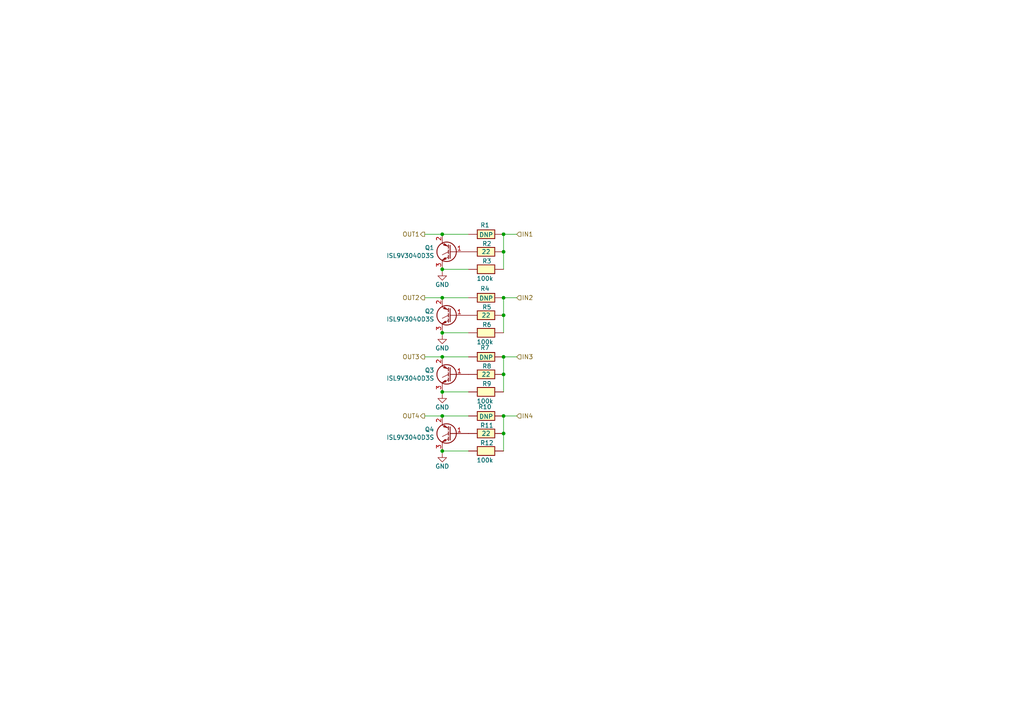
<source format=kicad_sch>
(kicad_sch (version 20230121) (generator eeschema)
  (paper "A4")
  (lib_symbols
    (symbol "Device:Q_NIGBT_GCE" (pin_names (offset 0) hide)
      (property "Reference" "Q" (at 5.08 1.27 0))
      (property "Value" "Q_NIGBT_GCE" (at 5.08 -1.27 0))
      (symbol "Q_NIGBT_GCE_0_1"
        (polyline (pts (xy 0.762 -1.016) (xy 0.762 -2.032)) (stroke (width 0.254)))
        (polyline (pts (xy 0.762 0.508) (xy 0.762 -0.508)) (stroke (width 0.254)))
        (polyline (pts (xy 0.762 2.032) (xy 0.762 1.016)) (stroke (width 0.254)))
        (polyline (pts (xy 2.54 -2.413) (xy 0.762 -1.524)))
        (polyline (pts (xy 2.54 -0.889) (xy 0.762 0)))
        (polyline (pts (xy 2.54 2.413) (xy 0.762 1.524)))
        (polyline (pts (xy 0.254 1.905) (xy 0.254 -1.905) (xy 0.254 -1.905)) (stroke (width 0.254)))
        (polyline (pts (xy 1.397 -2.159) (xy 1.651 -1.651) (xy 2.54 -2.413) (xy 1.397 -2.159)) (fill (type outline)))
        (polyline (pts (xy 2.159 1.905) (xy 1.905 2.413) (xy 1.016 1.651) (xy 2.159 1.905)) (fill (type outline)))
        (circle (center 1.27 0) (radius 2.8194) (stroke (width 0.254)))
      )
      (symbol "Q_NIGBT_GCE_1_1"
        (pin input line (at -5.08 0 0) (length 5.334) (name "G") (number "1"))
        (pin passive line (at 2.54 5.08 270) (length 2.54) (name "C") (number "2"))
        (pin passive line (at 2.54 -5.08 90) (length 2.54) (name "E") (number "3"))
      )
    )
    (symbol "hellen-one-common:Res" (pin_numbers hide)
      (property "Reference" "R" (at 3.81 2.54 0))
      (property "Value" "Res" (at 5.08 -2.54 0))
      (symbol "Res_1_0"
        (rectangle (start 2.54 -1.27) (end 7.62 1.27) (stroke (width 0.254)) (fill (type background)))
        (pin passive line (at 0 0 0) (length 2.54) (name "") (number "1"))
        (pin passive line (at 10.16 0 180) (length 2.54) (name "") (number "2"))
      )
    )
    (symbol "power:GND" (power) (pin_names (offset 0))
      (property "Value" "GND" (at 0 -3.81 0))
      (symbol "GND_0_1"
        (polyline (pts (xy 0 0) (xy 0 -1.27) (xy 1.27 -1.27) (xy 0 -2.54) (xy -1.27 -1.27) (xy 0 -1.27)))
      )
      (symbol "GND_1_1"
        (pin power_in line (at 0 0 270) (length 0) hide (name "GND") (number "1"))
      )
    )
  )
  (junction (at 146.05 73.025))
  (junction (at 128.27 86.36))
  (junction (at 146.05 125.73))
  (junction (at 146.05 86.36))
  (junction (at 128.27 113.665))
  (junction (at 128.27 67.945))
  (junction (at 146.05 120.65))
  (junction (at 146.05 103.505))
  (junction (at 128.27 96.52))
  (junction (at 146.05 108.585))
  (junction (at 128.27 78.105))
  (junction (at 128.27 103.505))
  (junction (at 128.27 120.65))
  (junction (at 146.05 67.945))
  (junction (at 146.05 91.44))
  (junction (at 128.27 130.81))
  (wire (pts (xy 128.27 67.945) (xy 135.89 67.945)))
  (wire (pts (xy 146.05 86.36) (xy 146.05 91.44)))
  (wire (pts (xy 146.05 108.585) (xy 146.05 113.665)))
  (wire (pts (xy 146.05 67.945) (xy 146.05 73.025)))
  (wire (pts (xy 128.27 130.81) (xy 135.89 130.81)))
  (wire (pts (xy 128.27 113.665) (xy 135.89 113.665)))
  (wire (pts (xy 146.05 103.505) (xy 149.86 103.505)))
  (wire (pts (xy 123.19 120.65) (xy 128.27 120.65)))
  (wire (pts (xy 123.19 67.945) (xy 128.27 67.945)))
  (wire (pts (xy 146.05 125.73) (xy 146.05 130.81)))
  (wire (pts (xy 146.05 103.505) (xy 146.05 108.585)))
  (wire (pts (xy 146.05 91.44) (xy 146.05 96.52)))
  (wire (pts (xy 128.27 103.505) (xy 135.89 103.505)))
  (wire (pts (xy 146.05 86.36) (xy 149.86 86.36)))
  (wire (pts (xy 128.27 131.445) (xy 128.27 130.81)))
  (wire (pts (xy 146.05 73.025) (xy 146.05 78.105)))
  (wire (pts (xy 128.27 114.3) (xy 128.27 113.665)))
  (wire (pts (xy 146.05 120.65) (xy 146.05 125.73)))
  (wire (pts (xy 146.05 120.65) (xy 149.86 120.65)))
  (wire (pts (xy 123.19 86.36) (xy 128.27 86.36)))
  (wire (pts (xy 128.27 86.36) (xy 135.89 86.36)))
  (wire (pts (xy 123.19 103.505) (xy 128.27 103.505)))
  (wire (pts (xy 128.27 96.52) (xy 135.89 96.52)))
  (wire (pts (xy 128.27 97.155) (xy 128.27 96.52)))
  (wire (pts (xy 128.27 78.74) (xy 128.27 78.105)))
  (wire (pts (xy 128.27 120.65) (xy 135.89 120.65)))
  (wire (pts (xy 128.27 78.105) (xy 135.89 78.105)))
  (wire (pts (xy 146.05 67.945) (xy 149.86 67.945)))
  (hierarchical_label "IN1" (shape input) (at 149.86 67.945 0))
  (hierarchical_label "OUT3" (shape output) (at 123.19 103.505 180))
  (hierarchical_label "OUT1" (shape output) (at 123.19 67.945 180))
  (hierarchical_label "IN2" (shape input) (at 149.86 86.36 0))
  (hierarchical_label "IN3" (shape input) (at 149.86 103.505 0))
  (hierarchical_label "OUT4" (shape output) (at 123.19 120.65 180))
  (hierarchical_label "OUT2" (shape output) (at 123.19 86.36 180))
  (hierarchical_label "IN4" (shape input) (at 149.86 120.65 0))
  (symbol (lib_id "hellen-one-common:Res") (at 146.05 67.945 0) (mirror y) (unit 1)
    (property "Reference" "R1" (at 140.6496 65.3003 0))
    (property "Value" "DNP" (at 140.9965 68.1077 0))
    (property "Footprint" "Resistor_SMD:R_2512_6332Metric" (effects hide))
  )
  (symbol (lib_id "Device:Q_NIGBT_GCE") (at 130.81 125.73 0) (mirror y) (unit 1)
    (property "Reference" "Q4" (at 125.9586 124.5616 0) (effects (justify left)))
    (property "Value" "ISL9V3040D3S" (at 125.9586 126.873 0) (effects (justify left)))
    (property "Footprint" "Package_TO_SOT_SMD:TO-252-2" (effects hide))
    (property "LCSC" "C462128" (effects hide))
  )
  (symbol (lib_id "power:GND") (at 128.27 78.74 0) (unit 1)
    (property "Reference" "#PWR01" (effects hide))
    (property "Value" "GND" (at 128.27 82.55 0))
  )
  (symbol (lib_id "hellen-one-common:Res") (at 135.89 73.025 0) (mirror x) (unit 1)
    (property "Reference" "R2" (at 141.212 70.6768 0))
    (property "Value" "22" (at 140.97 73.025 0))
    (property "Footprint" "hellen-one-common:R0603" (effects hide))
    (property "LCSC" "C23345" (effects hide))
  )
  (symbol (lib_id "Device:Q_NIGBT_GCE") (at 130.81 108.585 0) (mirror y) (unit 1)
    (property "Reference" "Q3" (at 125.9586 107.4166 0) (effects (justify left)))
    (property "Value" "ISL9V3040D3S" (at 125.9586 109.728 0) (effects (justify left)))
    (property "Footprint" "Package_TO_SOT_SMD:TO-252-2" (effects hide))
    (property "LCSC" "C462128" (effects hide))
  )
  (symbol (lib_id "hellen-one-common:Res") (at 135.89 91.44 0) (mirror x) (unit 1)
    (property "Reference" "R5" (at 141.212 89.0918 0))
    (property "Value" "22" (at 140.97 91.44 0))
    (property "Footprint" "hellen-one-common:R0603" (effects hide))
    (property "LCSC" "C23345" (effects hide))
  )
  (symbol (lib_id "hellen-one-common:Res") (at 146.05 120.65 0) (mirror y) (unit 1)
    (property "Reference" "R10" (at 140.6496 118.0053 0))
    (property "Value" "DNP" (at 140.9965 120.8127 0))
    (property "Footprint" "Resistor_SMD:R_2512_6332Metric" (effects hide))
  )
  (symbol (lib_id "power:GND") (at 128.27 97.155 0) (unit 1)
    (property "Reference" "#PWR02" (effects hide))
    (property "Value" "GND" (at 128.27 100.965 0))
  )
  (symbol (lib_id "hellen-one-common:Res") (at 146.05 103.505 0) (mirror y) (unit 1)
    (property "Reference" "R7" (at 140.6496 100.8603 0))
    (property "Value" "DNP" (at 140.9965 103.6677 0))
    (property "Footprint" "Resistor_SMD:R_2512_6332Metric" (effects hide))
  )
  (symbol (lib_id "hellen-one-common:Res") (at 146.05 86.36 0) (mirror y) (unit 1)
    (property "Reference" "R4" (at 140.6496 83.7153 0))
    (property "Value" "DNP" (at 140.9965 86.5227 0))
    (property "Footprint" "Resistor_SMD:R_2512_6332Metric" (effects hide))
  )
  (symbol (lib_id "hellen-one-common:Res") (at 135.89 108.585 0) (mirror x) (unit 1)
    (property "Reference" "R8" (at 141.212 106.2368 0))
    (property "Value" "22" (at 140.97 108.585 0))
    (property "Footprint" "hellen-one-common:R0603" (effects hide))
    (property "LCSC" "C23345" (effects hide))
  )
  (symbol (lib_id "hellen-one-common:Res") (at 135.89 96.52 0) (mirror x) (unit 1)
    (property "Reference" "R6" (at 141.212 94.1718 0))
    (property "Value" "100k" (at 140.6561 99.1956 0))
    (property "Footprint" "hellen-one-common:R0603" (effects hide))
    (property "LCSC" "C25803" (effects hide))
  )
  (symbol (lib_id "hellen-one-common:Res") (at 135.89 113.665 0) (mirror x) (unit 1)
    (property "Reference" "R9" (at 141.212 111.3168 0))
    (property "Value" "100k" (at 140.6561 116.3406 0))
    (property "Footprint" "hellen-one-common:R0603" (effects hide))
    (property "LCSC" "C25803" (effects hide))
  )
  (symbol (lib_id "power:GND") (at 128.27 114.3 0) (unit 1)
    (property "Reference" "#PWR03" (effects hide))
    (property "Value" "GND" (at 128.27 118.11 0))
  )
  (symbol (lib_id "Device:Q_NIGBT_GCE") (at 130.81 91.44 0) (mirror y) (unit 1)
    (property "Reference" "Q2" (at 125.9586 90.2716 0) (effects (justify left)))
    (property "Value" "ISL9V3040D3S" (at 125.9586 92.583 0) (effects (justify left)))
    (property "Footprint" "Package_TO_SOT_SMD:TO-252-2" (effects hide))
    (property "LCSC" "C462128" (effects hide))
  )
  (symbol (lib_id "Device:Q_NIGBT_GCE") (at 130.81 73.025 0) (mirror y) (unit 1)
    (property "Reference" "Q1" (at 125.9586 71.8566 0) (effects (justify left)))
    (property "Value" "ISL9V3040D3S" (at 125.9586 74.168 0) (effects (justify left)))
    (property "Footprint" "Package_TO_SOT_SMD:TO-252-2" (effects hide))
    (property "LCSC" "C462128" (effects hide))
  )
  (symbol (lib_id "power:GND") (at 128.27 131.445 0) (unit 1)
    (property "Reference" "#PWR04" (effects hide))
    (property "Value" "GND" (at 128.27 135.255 0))
  )
  (symbol (lib_id "hellen-one-common:Res") (at 135.89 125.73 0) (mirror x) (unit 1)
    (property "Reference" "R11" (at 141.212 123.3818 0))
    (property "Value" "22" (at 140.97 125.73 0))
    (property "Footprint" "hellen-one-common:R0603" (effects hide))
    (property "LCSC" "C23345" (effects hide))
  )
  (symbol (lib_id "hellen-one-common:Res") (at 135.89 130.81 0) (mirror x) (unit 1)
    (property "Reference" "R12" (at 141.212 128.4618 0))
    (property "Value" "100k" (at 140.6561 133.4856 0))
    (property "Footprint" "hellen-one-common:R0603" (effects hide))
    (property "LCSC" "C25803" (effects hide))
  )
  (symbol (lib_id "hellen-one-common:Res") (at 135.89 78.105 0) (mirror x) (unit 1)
    (property "Reference" "R3" (at 141.212 75.7568 0))
    (property "Value" "100k" (at 140.6561 80.7806 0))
    (property "Footprint" "hellen-one-common:R0603" (effects hide))
    (property "LCSC" "C25803" (effects hide))
  )
)
</source>
